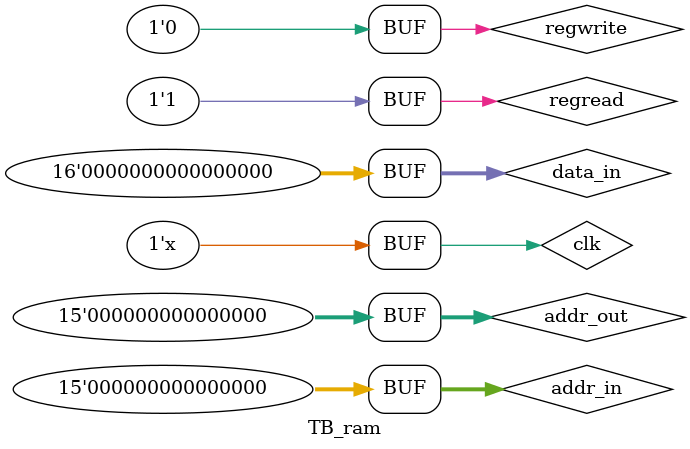
<source format=v>
`timescale 1ns / 1ps


module TB_ram;

	// Inputs
	reg clk;
	reg [14:0] addr_in;
	reg [15:0] data_in;
	reg regwrite;
	reg [14:0] addr_out;
	reg regread;

	// Outputs
	wire [15:0] data_out;

	// Instantiate the Unit Under Test (UUT)
	buffer_ram_dp uut (
		.clk(clk), 
		.addr_in(addr_in), 
		.data_in(data_in), 
		.regwrite(regwrite), 
		.data_out(data_out), 
		.addr_out(addr_out), 
		.regread(regread)
	);

	initial begin
		// Initialize Inputs
		clk = 0;
		addr_in = 0;
		data_in = 0;
		regwrite = 0;
		addr_out = 0;
		regread = 0;

  // Adicionar las estimulos necesarios para simular la lectura y escritura de la memoria ram
		# 10 regread=1;
	   

	end
	always #1 clk = ~clk ;
endmodule


</source>
